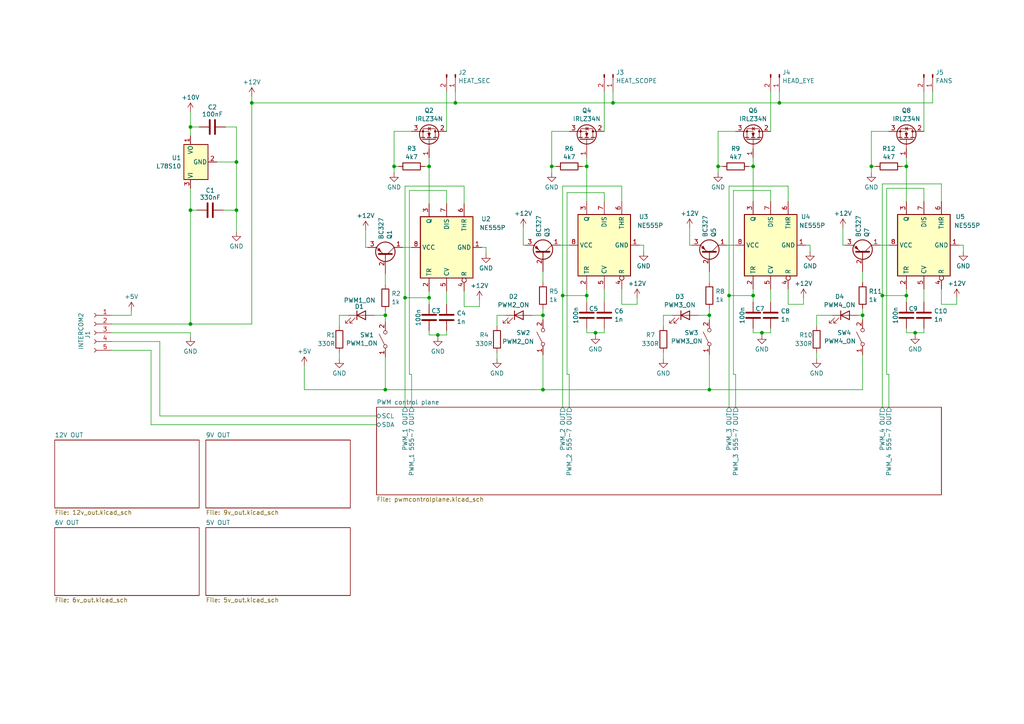
<source format=kicad_sch>
(kicad_sch (version 20231120) (generator "eeschema") (generator_version "8.0")
  (paper "A4")
  (title_block (title "Astrobox") (date "2024-04-13") (rev "2"))
  (lib_symbols
    (symbol "Connector:Conn_01x02_Pin" (pin_names (offset 1.016) hide)
      (property "Reference" "J" (at 0 2.54 0))
      (property "Value" "Conn_01x02_Pin" (at 0 -5.08 0))
      (symbol "Conn_01x02_Pin_1_1"
        (polyline (pts (xy 1.27 -2.54) (xy 0.8636 -2.54)) (stroke (width 0.1524)))
        (polyline (pts (xy 1.27 0) (xy 0.8636 0)) (stroke (width 0.1524)))
        (rectangle (start 0.8636 -2.413) (end 0 -2.667) (stroke (width 0.1524)) (fill (type outline)))
        (rectangle (start 0.8636 0.127) (end 0 -0.127) (stroke (width 0.1524)) (fill (type outline)))
        (pin passive line (at 5.08 0 180) (length 3.81) (name "Pin_1") (number "1"))
        (pin passive line (at 5.08 -2.54 180) (length 3.81) (name "Pin_2") (number "2"))
      )
    )
    (symbol "Connector:Conn_01x05_Socket" (pin_names (offset 1.016) hide)
      (property "Reference" "J" (at 0 7.62 0))
      (property "Value" "Conn_01x05_Socket" (at 0 -7.62 0))
      (symbol "Conn_01x05_Socket_1_1"
        (arc (start 0 -4.572) (mid -0.5058 -5.08) (end 0 -5.588) (stroke (width 0.1524)))
        (arc (start 0 -2.032) (mid -0.5058 -2.54) (end 0 -3.048) (stroke (width 0.1524)))
        (polyline (pts (xy -1.27 -5.08) (xy -0.508 -5.08)) (stroke (width 0.1524)))
        (polyline (pts (xy -1.27 -2.54) (xy -0.508 -2.54)) (stroke (width 0.1524)))
        (polyline (pts (xy -1.27 0) (xy -0.508 0)) (stroke (width 0.1524)))
        (polyline (pts (xy -1.27 2.54) (xy -0.508 2.54)) (stroke (width 0.1524)))
        (polyline (pts (xy -1.27 5.08) (xy -0.508 5.08)) (stroke (width 0.1524)))
        (arc (start 0 0.508) (mid -0.5058 0) (end 0 -0.508) (stroke (width 0.1524)))
        (arc (start 0 3.048) (mid -0.5058 2.54) (end 0 2.032) (stroke (width 0.1524)))
        (arc (start 0 5.588) (mid -0.5058 5.08) (end 0 4.572) (stroke (width 0.1524)))
        (pin passive line (at -5.08 5.08 0) (length 3.81) (name "Pin_1") (number "1"))
        (pin passive line (at -5.08 2.54 0) (length 3.81) (name "Pin_2") (number "2"))
        (pin passive line (at -5.08 0 0) (length 3.81) (name "Pin_3") (number "3"))
        (pin passive line (at -5.08 -2.54 0) (length 3.81) (name "Pin_4") (number "4"))
        (pin passive line (at -5.08 -5.08 0) (length 3.81) (name "Pin_5") (number "5"))
      )
    )
    (symbol "Device:C" (pin_numbers hide) (pin_names (offset 0.254))
      (property "Reference" "C" (at 0.635 2.54 0))
      (property "Value" "C" (at 0.635 -2.54 0))
      (symbol "C_0_1"
        (polyline (pts (xy -2.032 -0.762) (xy 2.032 -0.762)) (stroke (width 0.508)))
        (polyline (pts (xy -2.032 0.762) (xy 2.032 0.762)) (stroke (width 0.508)))
      )
      (symbol "C_1_1"
        (pin passive line (at 0 3.81 270) (length 2.794) (name "~") (number "1"))
        (pin passive line (at 0 -3.81 90) (length 2.794) (name "~") (number "2"))
      )
    )
    (symbol "Device:LED" (pin_numbers hide) (pin_names (offset 1.016) hide)
      (property "Reference" "D" (at 0 2.54 0))
      (property "Value" "LED" (at 0 -2.54 0))
      (symbol "LED_0_1"
        (polyline (pts (xy -1.27 -1.27) (xy -1.27 1.27)) (stroke (width 0.254)))
        (polyline (pts (xy -1.27 0) (xy 1.27 0)))
        (polyline (pts (xy 1.27 -1.27) (xy 1.27 1.27) (xy -1.27 0) (xy 1.27 -1.27)) (stroke (width 0.254)))
        (polyline (pts (xy -3.048 -0.762) (xy -4.572 -2.286) (xy -3.81 -2.286) (xy -4.572 -2.286) (xy -4.572 -1.524)))
        (polyline (pts (xy -1.778 -0.762) (xy -3.302 -2.286) (xy -2.54 -2.286) (xy -3.302 -2.286) (xy -3.302 -1.524)))
      )
      (symbol "LED_1_1"
        (pin passive line (at -3.81 0 0) (length 2.54) (name "K") (number "1"))
        (pin passive line (at 3.81 0 180) (length 2.54) (name "A") (number "2"))
      )
    )
    (symbol "Device:R" (pin_numbers hide) (pin_names (offset 0))
      (property "Reference" "R" (at 2.032 0 90))
      (property "Value" "R" (at 0 0 90))
      (symbol "R_0_1"
        (rectangle (start -1.016 -2.54) (end 1.016 2.54) (stroke (width 0.254)))
      )
      (symbol "R_1_1"
        (pin passive line (at 0 3.81 270) (length 1.27) (name "~") (number "1"))
        (pin passive line (at 0 -3.81 90) (length 1.27) (name "~") (number "2"))
      )
    )
    (symbol "Regulator_Linear:L78L10_TO92" (pin_names (offset 0.254))
      (property "Reference" "U" (at -3.81 3.175 0))
      (property "Value" "L78L10_TO92" (at 0 3.175 0))
      (symbol "L78L10_TO92_0_1"
        (rectangle (start -5.08 -5.08) (end 5.08 1.905) (stroke (width 0.254)) (fill (type background)))
      )
      (symbol "L78L10_TO92_1_1"
        (pin power_out line (at 7.62 0 180) (length 2.54) (name "VO") (number "1"))
        (pin power_in line (at 0 -7.62 90) (length 2.54) (name "GND") (number "2"))
        (pin power_in line (at -7.62 0 0) (length 2.54) (name "VI") (number "3"))
      )
    )
    (symbol "Switch:SW_SPST" (pin_names (offset 0) hide)
      (property "Reference" "SW" (at 0 3.175 0))
      (property "Value" "SW_SPST" (at 0 -2.54 0))
      (symbol "SW_SPST_0_0"
        (circle (center -2.032 0) (radius 0.508))
        (polyline (pts (xy -1.524 0.254) (xy 1.524 1.778)))
        (circle (center 2.032 0) (radius 0.508))
      )
      (symbol "SW_SPST_1_1"
        (pin passive line (at -5.08 0 0) (length 2.54) (name "A") (number "1"))
        (pin passive line (at 5.08 0 180) (length 2.54) (name "B") (number "2"))
      )
    )
    (symbol "Timer:NE555P"
      (property "Reference" "U" (at -10.16 8.89 0))
      (property "Value" "NE555P" (at 2.54 8.89 0))
      (symbol "NE555P_0_0"
        (pin power_in line (at 0 -10.16 90) (length 2.54) (name "GND") (number "1"))
        (pin power_in line (at 0 10.16 270) (length 2.54) (name "VCC") (number "8"))
      )
      (symbol "NE555P_0_1"
        (rectangle (start -8.89 -7.62) (end 8.89 7.62) (stroke (width 0.254)) (fill (type background)))
        (rectangle (start -8.89 -7.62) (end 8.89 7.62) (stroke (width 0.254)) (fill (type background)))
      )
      (symbol "NE555P_1_1"
        (pin input line (at -12.7 5.08 0) (length 3.81) (name "TR") (number "2"))
        (pin output line (at 12.7 5.08 180) (length 3.81) (name "Q") (number "3"))
        (pin input inverted (at -12.7 -5.08 0) (length 3.81) (name "R") (number "4"))
        (pin input line (at -12.7 0 0) (length 3.81) (name "CV") (number "5"))
        (pin input line (at 12.7 -5.08 180) (length 3.81) (name "THR") (number "6"))
        (pin input line (at 12.7 0 180) (length 3.81) (name "DIS") (number "7"))
      )
    )
    (symbol "Transistor_BJT:BC327" (pin_names (offset 0) hide)
      (property "Reference" "Q" (at 5.08 1.905 0))
      (property "Value" "BC327" (at 5.08 0 0))
      (symbol "BC327_0_1"
        (polyline (pts (xy 0.635 0.635) (xy 2.54 2.54)))
        (polyline (pts (xy 0.635 -0.635) (xy 2.54 -2.54) (xy 2.54 -2.54)))
        (polyline (pts (xy 0.635 1.905) (xy 0.635 -1.905) (xy 0.635 -1.905)) (stroke (width 0.508)))
        (polyline (pts (xy 2.286 -1.778) (xy 1.778 -2.286) (xy 1.27 -1.27) (xy 2.286 -1.778) (xy 2.286 -1.778)) (fill (type outline)))
        (circle (center 1.27 0) (radius 2.8194) (stroke (width 0.254)))
      )
      (symbol "BC327_1_1"
        (pin passive line (at 2.54 5.08 270) (length 2.54) (name "C") (number "1"))
        (pin input line (at -5.08 0 0) (length 5.715) (name "B") (number "2"))
        (pin passive line (at 2.54 -5.08 90) (length 2.54) (name "E") (number "3"))
      )
    )
    (symbol "Transistor_FET:IRLZ34N" (pin_names hide)
      (property "Reference" "Q" (at 5.08 1.905 0))
      (property "Value" "IRLZ34N" (at 5.08 0 0))
      (symbol "IRLZ34N_0_1"
        (polyline (pts (xy 0.254 0) (xy -2.54 0)))
        (polyline (pts (xy 0.254 1.905) (xy 0.254 -1.905)) (stroke (width 0.254)))
        (polyline (pts (xy 0.762 -1.27) (xy 0.762 -2.286)) (stroke (width 0.254)))
        (polyline (pts (xy 0.762 0.508) (xy 0.762 -0.508)) (stroke (width 0.254)))
        (polyline (pts (xy 0.762 2.286) (xy 0.762 1.27)) (stroke (width 0.254)))
        (polyline (pts (xy 2.54 2.54) (xy 2.54 1.778)))
        (polyline (pts (xy 2.54 -2.54) (xy 2.54 0) (xy 0.762 0)))
        (polyline (pts (xy 0.762 -1.778) (xy 3.302 -1.778) (xy 3.302 1.778) (xy 0.762 1.778)))
        (polyline (pts (xy 1.016 0) (xy 2.032 0.381) (xy 2.032 -0.381) (xy 1.016 0)) (fill (type outline)))
        (polyline (pts (xy 2.794 0.508) (xy 2.921 0.381) (xy 3.683 0.381) (xy 3.81 0.254)))
        (polyline (pts (xy 3.302 0.381) (xy 2.921 -0.254) (xy 3.683 -0.254) (xy 3.302 0.381)))
        (circle (center 1.651 0) (radius 2.794) (stroke (width 0.254)))
        (circle (center 2.54 -1.778) (radius 0.254) (fill (type outline)))
        (circle (center 2.54 1.778) (radius 0.254) (fill (type outline)))
      )
      (symbol "IRLZ34N_1_1"
        (pin input line (at -5.08 0 0) (length 2.54) (name "G") (number "1"))
        (pin passive line (at 2.54 5.08 270) (length 2.54) (name "D") (number "2"))
        (pin passive line (at 2.54 -5.08 90) (length 2.54) (name "S") (number "3"))
      )
    )
    (symbol "power:+10V" (power) (pin_names (offset 0))
      (property "Value" "+10V" (at 0 3.556 0))
      (symbol "+10V_0_1"
        (polyline (pts (xy -0.762 1.27) (xy 0 2.54)))
        (polyline (pts (xy 0 0) (xy 0 2.54)))
        (polyline (pts (xy 0 2.54) (xy 0.762 1.27)))
      )
      (symbol "+10V_1_1"
        (pin power_in line (at 0 0 90) (length 0) hide (name "+10V") (number "1"))
      )
    )
    (symbol "power:+12V" (power) (pin_names (offset 0))
      (property "Value" "+12V" (at 0 3.556 0))
      (symbol "+12V_0_1"
        (polyline (pts (xy -0.762 1.27) (xy 0 2.54)))
        (polyline (pts (xy 0 0) (xy 0 2.54)))
        (polyline (pts (xy 0 2.54) (xy 0.762 1.27)))
      )
      (symbol "+12V_1_1"
        (pin power_in line (at 0 0 90) (length 0) hide (name "+12V") (number "1"))
      )
    )
    (symbol "power:+5V" (power) (pin_names (offset 0))
      (property "Value" "+5V" (at 0 3.556 0))
      (symbol "+5V_0_1"
        (polyline (pts (xy -0.762 1.27) (xy 0 2.54)))
        (polyline (pts (xy 0 0) (xy 0 2.54)))
        (polyline (pts (xy 0 2.54) (xy 0.762 1.27)))
      )
      (symbol "+5V_1_1"
        (pin power_in line (at 0 0 90) (length 0) hide (name "+5V") (number "1"))
      )
    )
    (symbol "power:GND" (power) (pin_names (offset 0))
      (property "Value" "GND" (at 0 -3.81 0))
      (symbol "GND_0_1"
        (polyline (pts (xy 0 0) (xy 0 -1.27) (xy 1.27 -1.27) (xy 0 -2.54) (xy -1.27 -1.27) (xy 0 -1.27)))
      )
      (symbol "GND_1_1"
        (pin power_in line (at 0 0 270) (length 0) hide (name "GND") (number "1"))
      )
    )
  )
  (junction (at 163.195 85.725))
  (junction (at 124.46 86.36))
  (junction (at 262.89 85.725))
  (junction (at 205.74 113.03))
  (junction (at 250.19 91.44))
  (junction (at 160.02 48.26))
  (junction (at 55.245 36.83))
  (junction (at 177.8 29.845))
  (junction (at 211.455 85.725))
  (junction (at 114.3 48.26))
  (junction (at 220.98 96.52))
  (junction (at 252.73 48.26))
  (junction (at 55.245 93.98))
  (junction (at 55.245 60.96))
  (junction (at 157.48 91.44))
  (junction (at 170.18 85.725))
  (junction (at 218.44 85.725))
  (junction (at 255.905 85.725))
  (junction (at 111.76 113.03))
  (junction (at 132.08 29.845))
  (junction (at 124.46 48.26))
  (junction (at 205.74 91.44))
  (junction (at 157.48 113.03))
  (junction (at 111.76 91.44))
  (junction (at 73.025 29.845))
  (junction (at 208.28 48.26))
  (junction (at 172.72 96.52))
  (junction (at 262.89 48.26))
  (junction (at 226.06 29.845))
  (junction (at 170.18 48.26))
  (junction (at 68.58 60.96))
  (junction (at 68.58 46.99))
  (junction (at 117.475 86.36))
  (junction (at 127 97.155))
  (junction (at 265.43 96.52))
  (junction (at 218.44 48.26))
  (wire (pts (xy 164.465 55.88) (xy 164.465 108.585)))
  (wire (pts (xy 223.52 83.82) (xy 223.52 87.63)))
  (wire (pts (xy 177.8 29.845) (xy 177.8 26.67)))
  (wire (pts (xy 262.89 83.82) (xy 262.89 85.725)))
  (wire (pts (xy 175.26 55.88) (xy 164.465 55.88)))
  (wire (pts (xy 205.74 91.44) (xy 205.74 92.71)))
  (wire (pts (xy 250.19 89.535) (xy 250.19 91.44)))
  (wire (pts (xy 223.52 55.245) (xy 212.725 55.245)))
  (wire (pts (xy 234.95 71.12) (xy 234.95 73.025)))
  (wire (pts (xy 73.025 27.94) (xy 73.025 29.845)))
  (wire (pts (xy 124.46 97.155) (xy 127 97.155)))
  (wire (pts (xy 162.56 71.12) (xy 165.1 71.12)))
  (wire (pts (xy 111.76 90.17) (xy 111.76 91.44)))
  (wire (pts (xy 220.98 96.52) (xy 223.52 96.52)))
  (wire (pts (xy 118.745 55.245) (xy 118.745 108.585)))
  (wire (pts (xy 43.815 101.6) (xy 32.385 101.6)))
  (wire (pts (xy 73.025 29.845) (xy 73.025 93.98)))
  (wire (pts (xy 38.1 90.17) (xy 38.1 91.44)))
  (wire (pts (xy 250.19 78.74) (xy 250.19 81.915)))
  (wire (pts (xy 134.62 88.9) (xy 134.62 84.455)))
  (wire (pts (xy 208.28 48.26) (xy 209.55 48.26)))
  (wire (pts (xy 208.28 48.26) (xy 208.28 50.165)))
  (wire (pts (xy 160.02 48.26) (xy 161.29 48.26)))
  (wire (pts (xy 170.18 85.725) (xy 170.18 87.63)))
  (wire (pts (xy 73.025 93.98) (xy 55.245 93.98)))
  (wire (pts (xy 124.46 59.055) (xy 124.46 48.26)))
  (wire (pts (xy 208.28 38.1) (xy 208.28 48.26)))
  (wire (pts (xy 236.855 102.235) (xy 236.855 104.14)))
  (wire (pts (xy 226.06 29.845) (xy 226.06 26.67)))
  (wire (pts (xy 213.36 118.11) (xy 213.36 108.585)))
  (wire (pts (xy 46.355 99.06) (xy 32.385 99.06)))
  (wire (pts (xy 163.195 85.725) (xy 163.195 118.11)))
  (wire (pts (xy 252.73 48.26) (xy 252.73 50.165)))
  (wire (pts (xy 262.89 48.26) (xy 262.89 58.42)))
  (wire (pts (xy 192.405 102.235) (xy 192.405 104.14)))
  (wire (pts (xy 255.27 71.12) (xy 257.81 71.12)))
  (wire (pts (xy 111.76 103.505) (xy 111.76 113.03)))
  (wire (pts (xy 262.89 96.52) (xy 265.43 96.52)))
  (wire (pts (xy 163.195 85.725) (xy 170.18 85.725)))
  (wire (pts (xy 46.355 99.06) (xy 46.355 120.65)))
  (wire (pts (xy 212.725 55.245) (xy 212.725 108.585)))
  (wire (pts (xy 184.785 88.265) (xy 180.34 88.265)))
  (wire (pts (xy 140.97 71.755) (xy 140.97 73.66)))
  (wire (pts (xy 114.3 48.26) (xy 115.57 48.26)))
  (wire (pts (xy 267.97 96.52) (xy 267.97 95.25)))
  (wire (pts (xy 170.18 45.72) (xy 170.18 48.26)))
  (wire (pts (xy 154.305 91.44) (xy 157.48 91.44)))
  (wire (pts (xy 265.43 96.52) (xy 265.43 97.155)))
  (wire (pts (xy 152.4 71.12) (xy 151.765 71.12)))
  (wire (pts (xy 55.245 54.61) (xy 55.245 60.96)))
  (wire (pts (xy 218.44 83.82) (xy 218.44 85.725)))
  (wire (pts (xy 233.68 71.12) (xy 234.95 71.12)))
  (wire (pts (xy 157.48 78.74) (xy 157.48 81.915)))
  (wire (pts (xy 106.68 71.755) (xy 106.045 71.755)))
  (wire (pts (xy 233.045 86.36) (xy 233.045 88.265)))
  (wire (pts (xy 98.425 91.44) (xy 100.965 91.44)))
  (wire (pts (xy 98.425 94.615) (xy 98.425 91.44)))
  (wire (pts (xy 267.97 83.82) (xy 267.97 87.63)))
  (wire (pts (xy 211.455 53.975) (xy 228.6 53.975)))
  (wire (pts (xy 165.1 118.11) (xy 165.1 108.585)))
  (wire (pts (xy 218.44 96.52) (xy 220.98 96.52)))
  (wire (pts (xy 172.72 96.52) (xy 175.26 96.52)))
  (wire (pts (xy 132.08 29.845) (xy 132.08 26.67)))
  (wire (pts (xy 170.18 83.82) (xy 170.18 85.725)))
  (wire (pts (xy 218.44 95.25) (xy 218.44 96.52)))
  (wire (pts (xy 32.385 91.44) (xy 38.1 91.44)))
  (wire (pts (xy 139.7 71.755) (xy 140.97 71.755)))
  (wire (pts (xy 252.73 38.1) (xy 252.73 48.26)))
  (wire (pts (xy 175.26 58.42) (xy 175.26 55.88)))
  (wire (pts (xy 277.495 86.36) (xy 277.495 88.265)))
  (wire (pts (xy 127 97.155) (xy 127 97.79)))
  (wire (pts (xy 220.98 96.52) (xy 220.98 97.155)))
  (wire (pts (xy 168.91 48.26) (xy 170.18 48.26)))
  (wire (pts (xy 32.385 93.98) (xy 55.245 93.98)))
  (wire (pts (xy 139.065 88.9) (xy 134.62 88.9)))
  (wire (pts (xy 252.73 38.1) (xy 257.81 38.1)))
  (wire (pts (xy 228.6 88.265) (xy 228.6 83.82)))
  (wire (pts (xy 118.745 55.245) (xy 129.54 55.245)))
  (wire (pts (xy 129.54 97.155) (xy 129.54 95.885)))
  (wire (pts (xy 262.89 95.25) (xy 262.89 96.52)))
  (wire (pts (xy 46.355 120.65) (xy 109.22 120.65)))
  (wire (pts (xy 211.455 85.725) (xy 211.455 118.11)))
  (wire (pts (xy 267.97 54.61) (xy 257.175 54.61)))
  (wire (pts (xy 192.405 94.615) (xy 192.405 91.44)))
  (wire (pts (xy 111.76 91.44) (xy 111.76 93.345)))
  (wire (pts (xy 233.045 88.265) (xy 228.6 88.265)))
  (wire (pts (xy 117.475 53.975) (xy 117.475 86.36)))
  (wire (pts (xy 255.905 53.34) (xy 255.905 85.725)))
  (wire (pts (xy 160.02 38.1) (xy 160.02 48.26)))
  (wire (pts (xy 175.26 83.82) (xy 175.26 87.63)))
  (wire (pts (xy 114.3 38.1) (xy 114.3 48.26)))
  (wire (pts (xy 250.19 102.87) (xy 250.19 113.03)))
  (wire (pts (xy 43.815 123.19) (xy 109.22 123.19)))
  (wire (pts (xy 200.66 71.12) (xy 200.025 71.12)))
  (wire (pts (xy 160.02 38.1) (xy 165.1 38.1)))
  (wire (pts (xy 211.455 53.975) (xy 211.455 85.725)))
  (wire (pts (xy 261.62 48.26) (xy 262.89 48.26)))
  (wire (pts (xy 55.245 60.96) (xy 57.15 60.96)))
  (wire (pts (xy 134.62 59.055) (xy 134.62 53.975)))
  (wire (pts (xy 163.195 53.975) (xy 180.34 53.975)))
  (wire (pts (xy 117.475 86.36) (xy 117.475 118.11)))
  (wire (pts (xy 55.245 36.83) (xy 57.785 36.83)))
  (wire (pts (xy 114.3 48.26) (xy 114.3 50.165)))
  (wire (pts (xy 217.17 48.26) (xy 218.44 48.26)))
  (wire (pts (xy 180.34 58.42) (xy 180.34 53.975)))
  (wire (pts (xy 218.44 45.72) (xy 218.44 48.26)))
  (wire (pts (xy 236.855 94.615) (xy 236.855 91.44)))
  (wire (pts (xy 279.4 71.12) (xy 279.4 73.025)))
  (wire (pts (xy 127 97.155) (xy 129.54 97.155)))
  (wire (pts (xy 117.475 53.975) (xy 134.62 53.975)))
  (wire (pts (xy 160.02 48.26) (xy 160.02 50.165)))
  (wire (pts (xy 185.42 71.12) (xy 186.69 71.12)))
  (wire (pts (xy 129.54 84.455) (xy 129.54 88.265)))
  (wire (pts (xy 223.52 96.52) (xy 223.52 95.25)))
  (wire (pts (xy 213.36 108.585) (xy 212.725 108.585)))
  (wire (pts (xy 205.74 89.535) (xy 205.74 91.44)))
  (wire (pts (xy 257.81 118.11) (xy 257.81 108.585)))
  (wire (pts (xy 124.46 84.455) (xy 124.46 86.36)))
  (wire (pts (xy 55.245 39.37) (xy 55.245 36.83)))
  (wire (pts (xy 208.28 38.1) (xy 213.36 38.1)))
  (wire (pts (xy 108.585 91.44) (xy 111.76 91.44)))
  (wire (pts (xy 250.19 91.44) (xy 250.19 92.71)))
  (wire (pts (xy 132.08 29.845) (xy 177.8 29.845)))
  (wire (pts (xy 157.48 102.87) (xy 157.48 113.03)))
  (wire (pts (xy 255.905 53.34) (xy 273.05 53.34)))
  (wire (pts (xy 139.065 86.995) (xy 139.065 88.9)))
  (wire (pts (xy 124.46 86.36) (xy 124.46 88.265)))
  (wire (pts (xy 257.175 54.61) (xy 257.175 108.585)))
  (wire (pts (xy 244.475 66.04) (xy 244.475 71.12)))
  (wire (pts (xy 177.8 29.845) (xy 226.06 29.845)))
  (wire (pts (xy 184.785 86.36) (xy 184.785 88.265)))
  (wire (pts (xy 55.245 60.96) (xy 55.245 93.98)))
  (wire (pts (xy 55.245 96.52) (xy 55.245 97.79)))
  (wire (pts (xy 170.18 48.26) (xy 170.18 58.42)))
  (wire (pts (xy 64.77 60.96) (xy 68.58 60.96)))
  (wire (pts (xy 111.76 113.03) (xy 157.48 113.03)))
  (wire (pts (xy 114.3 38.1) (xy 119.38 38.1)))
  (wire (pts (xy 144.145 102.235) (xy 144.145 104.14)))
  (wire (pts (xy 68.58 36.83) (xy 65.405 36.83)))
  (wire (pts (xy 32.385 96.52) (xy 55.245 96.52)))
  (wire (pts (xy 267.97 58.42) (xy 267.97 54.61)))
  (wire (pts (xy 175.26 96.52) (xy 175.26 95.25)))
  (wire (pts (xy 218.44 85.725) (xy 218.44 87.63)))
  (wire (pts (xy 226.06 29.845) (xy 270.51 29.845)))
  (wire (pts (xy 205.74 113.03) (xy 250.19 113.03)))
  (wire (pts (xy 144.145 91.44) (xy 146.685 91.44)))
  (wire (pts (xy 129.54 26.67) (xy 129.54 38.1)))
  (wire (pts (xy 124.46 95.885) (xy 124.46 97.155)))
  (wire (pts (xy 172.72 96.52) (xy 172.72 97.155)))
  (wire (pts (xy 106.045 66.675) (xy 106.045 71.755)))
  (wire (pts (xy 245.11 71.12) (xy 244.475 71.12)))
  (wire (pts (xy 273.05 58.42) (xy 273.05 53.34)))
  (wire (pts (xy 163.195 53.975) (xy 163.195 85.725)))
  (wire (pts (xy 170.18 95.25) (xy 170.18 96.52)))
  (wire (pts (xy 157.48 113.03) (xy 205.74 113.03)))
  (wire (pts (xy 186.69 71.12) (xy 186.69 73.025)))
  (wire (pts (xy 151.765 66.04) (xy 151.765 71.12)))
  (wire (pts (xy 202.565 91.44) (xy 205.74 91.44)))
  (wire (pts (xy 55.245 32.385) (xy 55.245 36.83)))
  (wire (pts (xy 117.475 86.36) (xy 124.46 86.36)))
  (wire (pts (xy 98.425 102.235) (xy 98.425 104.14)))
  (wire (pts (xy 165.1 108.585) (xy 164.465 108.585)))
  (wire (pts (xy 68.58 46.99) (xy 68.58 36.83)))
  (wire (pts (xy 132.08 29.845) (xy 73.025 29.845)))
  (wire (pts (xy 218.44 48.26) (xy 218.44 58.42)))
  (wire (pts (xy 236.855 91.44) (xy 241.3 91.44)))
  (wire (pts (xy 111.76 79.375) (xy 111.76 82.55)))
  (wire (pts (xy 262.89 85.725) (xy 262.89 87.63)))
  (wire (pts (xy 68.58 60.96) (xy 68.58 67.31)))
  (wire (pts (xy 119.38 118.11) (xy 119.38 108.585)))
  (wire (pts (xy 88.265 113.03) (xy 111.76 113.03)))
  (wire (pts (xy 228.6 58.42) (xy 228.6 53.975)))
  (wire (pts (xy 205.74 102.87) (xy 205.74 113.03)))
  (wire (pts (xy 210.82 71.12) (xy 213.36 71.12)))
  (wire (pts (xy 192.405 91.44) (xy 194.945 91.44)))
  (wire (pts (xy 248.92 91.44) (xy 250.19 91.44)))
  (wire (pts (xy 157.48 89.535) (xy 157.48 91.44)))
  (wire (pts (xy 273.05 83.82) (xy 273.05 88.265)))
  (wire (pts (xy 123.19 48.26) (xy 124.46 48.26)))
  (wire (pts (xy 277.495 88.265) (xy 273.05 88.265)))
  (wire (pts (xy 170.18 96.52) (xy 172.72 96.52)))
  (wire (pts (xy 68.58 46.99) (xy 68.58 60.96)))
  (wire (pts (xy 255.905 85.725) (xy 262.89 85.725)))
  (wire (pts (xy 205.74 78.74) (xy 205.74 81.915)))
  (wire (pts (xy 267.97 26.67) (xy 267.97 38.1)))
  (wire (pts (xy 180.34 88.265) (xy 180.34 83.82)))
  (wire (pts (xy 270.51 29.845) (xy 270.51 26.67)))
  (wire (pts (xy 265.43 96.52) (xy 267.97 96.52)))
  (wire (pts (xy 129.54 59.055) (xy 129.54 55.245)))
  (wire (pts (xy 88.265 106.045) (xy 88.265 113.03)))
  (wire (pts (xy 175.26 26.67) (xy 175.26 38.1)))
  (wire (pts (xy 223.52 26.67) (xy 223.52 38.1)))
  (wire (pts (xy 200.025 66.04) (xy 200.025 71.12)))
  (wire (pts (xy 116.84 71.755) (xy 119.38 71.755)))
  (wire (pts (xy 124.46 45.72) (xy 124.46 48.26)))
  (wire (pts (xy 119.38 108.585) (xy 118.745 108.585)))
  (wire (pts (xy 43.815 101.6) (xy 43.815 123.19)))
  (wire (pts (xy 223.52 58.42) (xy 223.52 55.245)))
  (wire (pts (xy 255.905 85.725) (xy 255.905 118.11)))
  (wire (pts (xy 62.865 46.99) (xy 68.58 46.99)))
  (wire (pts (xy 262.89 45.72) (xy 262.89 48.26)))
  (wire (pts (xy 211.455 85.725) (xy 218.44 85.725)))
  (wire (pts (xy 252.73 48.26) (xy 254 48.26)))
  (wire (pts (xy 157.48 91.44) (xy 157.48 92.71)))
  (wire (pts (xy 257.81 108.585) (xy 257.175 108.585)))
  (wire (pts (xy 144.145 94.615) (xy 144.145 91.44)))
  (wire (pts (xy 278.13 71.12) (xy 279.4 71.12)))
  (symbol (lib_id "Device:C") (at 218.44 91.44 0) (unit 1)
    (property "Reference" "C7" (at 219.075 89.535 0) (effects (justify left)))
    (property "Value" "100n" (at 215.265 93.98 90) (effects (justify left)))
    (property "Footprint" "Capacitor_SMD:C_1206_3216Metric_Pad1.33x1.80mm_HandSolder" (effects (hide yes)))
  )
  (symbol (lib_id "Transistor_BJT:BC327") (at 111.76 74.295 270) (mirror x) (unit 1)
    (property "Reference" "Q1" (at 112.9721 69.4436 0) (effects (justify left)))
    (property "Value" "BC327" (at 110.5479 69.4436 0) (effects (justify left)))
    (property "Footprint" "Package_TO_SOT_THT:TO-92" (effects (hide yes)))
    (property "Datasheet" "http://www.onsemi.com/pub_link/Collateral/BC327-D.PDF" (effects (hide yes)))
  )
  (symbol (lib_id "Device:C") (at 175.26 91.44 0) (unit 1)
    (property "Reference" "C6" (at 178.181 90.2279 0) (effects (justify left)))
    (property "Value" "1n" (at 178.181 92.6521 0) (effects (justify left)))
    (property "Footprint" "Capacitor_SMD:C_1206_3216Metric_Pad1.33x1.80mm_HandSolder" (effects (hide yes)))
  )
  (symbol (lib_id "Device:R") (at 250.19 85.725 0) (unit 1)
    (property "Reference" "R11" (at 251.968 84.5129 0) (effects (justify left)))
    (property "Value" "1k" (at 251.968 86.9371 0) (effects (justify left)))
    (property "Footprint" "Resistor_SMD:R_1206_3216Metric_Pad1.30x1.75mm_HandSolder" (effects (hide yes)))
  )
  (symbol (lib_id "Transistor_FET:IRLZ34N") (at 218.44 40.64 270) (mirror x) (unit 1)
    (property "Reference" "Q6" (at 218.44 32.0507 90))
    (property "Value" "IRLZ34N" (at 218.44 34.4749 90))
    (property "Footprint" "Package_TO_SOT_THT:TO-220-3_Vertical" (effects (hide yes)))
    (property "Datasheet" "http://www.infineon.com/dgdl/irlz34npbf.pdf?fileId=5546d462533600a40153567206892720" (effects (hide yes)))
  )
  (symbol (lib_id "Connector:Conn_01x02_Pin") (at 226.06 21.59 270) (unit 1)
    (property "Reference" "J4" (at 226.8982 21.0129 90) (effects (justify left)))
    (property "Value" "HEAD_EYE" (at 226.8982 23.4371 90) (effects (justify left)))
    (property "Footprint" "Connector_Wire:SolderWire-1sqmm_1x02_P5.4mm_D1.4mm_OD2.7mm" (effects (hide yes)))
  )
  (symbol (lib_id "power:+12V") (at 139.065 86.995 0) (unit 1)
    (property "Reference" "#PWR011" (effects (hide yes)))
    (property "Value" "+12V" (at 139.065 82.8619 0))
  )
  (symbol (lib_id "power:+12V") (at 200.025 66.04 0) (unit 1)
    (property "Reference" "#PWR020" (effects (hide yes)))
    (property "Value" "+12V" (at 200.025 61.9069 0))
  )
  (symbol (lib_id "Device:R") (at 157.48 85.725 0) (unit 1)
    (property "Reference" "R5" (at 159.258 84.5129 0) (effects (justify left)))
    (property "Value" "1k" (at 159.258 86.9371 0) (effects (justify left)))
    (property "Footprint" "Resistor_SMD:R_1206_3216Metric_Pad1.30x1.75mm_HandSolder" (effects (hide yes)))
  )
  (symbol (lib_id "power:GND") (at 186.69 73.025 0) (unit 1)
    (property "Reference" "#PWR018" (effects (hide yes)))
    (property "Value" "GND" (at 186.69 77.1581 0))
  )
  (symbol (lib_id "power:+12V") (at 151.765 66.04 0) (unit 1)
    (property "Reference" "#PWR014" (effects (hide yes)))
    (property "Value" "+12V" (at 151.765 61.9069 0))
  )
  (symbol (lib_id "power:GND") (at 208.28 50.165 0) (unit 1)
    (property "Reference" "#PWR021" (effects (hide yes)))
    (property "Value" "GND" (at 208.28 54.2981 0))
  )
  (symbol (lib_id "Device:LED") (at 150.495 91.44 0) (unit 1)
    (property "Reference" "D2" (at 148.9075 86.0257 0))
    (property "Value" "PWM2_ON" (at 148.9075 88.4499 0))
    (property "Footprint" "Connector_PinHeader_2.54mm:PinHeader_1x02_P2.54mm_Vertical" (effects (hide yes)))
  )
  (symbol (lib_id "Timer:NE555P") (at 267.97 71.12 90) (unit 1)
    (property "Reference" "U5" (at 278.511 62.865 90))
    (property "Value" "NE555P" (at 280.543 65.405 90))
    (property "Footprint" "Package_DIP:DIP-8_W7.62mm" (effects (hide yes)))
    (property "Datasheet" "http://www.ti.com/lit/ds/symlink/ne555.pdf" (effects (hide yes)))
  )
  (symbol (lib_id "Timer:NE555P") (at 175.26 71.12 90) (unit 1)
    (property "Reference" "U3" (at 186.69 62.865 90))
    (property "Value" "NE555P" (at 188.595 65.405 90))
    (property "Footprint" "Package_DIP:DIP-8_W7.62mm" (effects (hide yes)))
    (property "Datasheet" "http://www.ti.com/lit/ds/symlink/ne555.pdf" (effects (hide yes)))
  )
  (symbol (lib_id "Device:C") (at 124.46 92.075 0) (unit 1)
    (property "Reference" "C3" (at 125.095 90.17 0) (effects (justify left)))
    (property "Value" "100n" (at 121.285 94.615 90) (effects (justify left)))
    (property "Footprint" "Capacitor_SMD:C_1206_3216Metric_Pad1.33x1.80mm_HandSolder" (effects (hide yes)))
  )
  (symbol (lib_id "Transistor_BJT:BC327") (at 157.48 73.66 270) (mirror x) (unit 1)
    (property "Reference" "Q3" (at 158.6921 68.8086 0) (effects (justify left)))
    (property "Value" "BC327" (at 156.2679 68.8086 0) (effects (justify left)))
    (property "Footprint" "Package_TO_SOT_THT:TO-92" (effects (hide yes)))
    (property "Datasheet" "http://www.onsemi.com/pub_link/Collateral/BC327-D.PDF" (effects (hide yes)))
  )
  (symbol (lib_id "Device:C") (at 129.54 92.075 0) (unit 1)
    (property "Reference" "C4" (at 132.461 90.8629 0) (effects (justify left)))
    (property "Value" "1n" (at 132.461 93.2871 0) (effects (justify left)))
    (property "Footprint" "Capacitor_SMD:C_1206_3216Metric_Pad1.33x1.80mm_HandSolder" (effects (hide yes)))
  )
  (symbol (lib_id "Device:R") (at 165.1 48.26 90) (unit 1)
    (property "Reference" "R6" (at 165.1 43.0997 90))
    (property "Value" "4k7" (at 165.1 45.5239 90))
    (property "Footprint" "Resistor_SMD:R_1206_3216Metric_Pad1.30x1.75mm_HandSolder" (effects (hide yes)))
  )
  (symbol (lib_id "power:GND") (at 144.145 104.14 0) (unit 1)
    (property "Reference" "#PWR013" (effects (hide yes)))
    (property "Value" "GND" (at 144.145 108.2731 0))
  )
  (symbol (lib_id "Device:LED") (at 245.11 91.44 0) (unit 1)
    (property "Reference" "D4" (at 243.5225 86.0257 0))
    (property "Value" "PWM4_ON" (at 243.5225 88.4499 0))
    (property "Footprint" "Connector_PinHeader_2.54mm:PinHeader_1x02_P2.54mm_Vertical" (effects (hide yes)))
  )
  (symbol (lib_id "power:+12V") (at 233.045 86.36 0) (unit 1)
    (property "Reference" "#PWR023" (effects (hide yes)))
    (property "Value" "+12V" (at 233.045 82.2269 0))
  )
  (symbol (lib_id "power:+12V") (at 73.025 27.94 0) (unit 1)
    (property "Reference" "#PWR02" (effects (hide yes)))
    (property "Value" "+12V" (at 73.025 23.8069 0))
  )
  (symbol (lib_id "power:GND") (at 55.245 97.79 0) (unit 1)
    (property "Reference" "#PWR04" (effects (hide yes)))
    (property "Value" "GND" (at 55.245 101.9231 0))
  )
  (symbol (lib_id "power:+12V") (at 244.475 66.04 0) (unit 1)
    (property "Reference" "#PWR026" (effects (hide yes)))
    (property "Value" "+12V" (at 244.475 61.9069 0))
  )
  (symbol (lib_id "Switch:SW_SPST") (at 111.76 98.425 90) (unit 1)
    (property "Reference" "SW1" (at 104.394 97.155 90) (effects (justify right)))
    (property "Value" "PWM1_ON" (at 100.33 99.568 90) (effects (justify right)))
    (property "Footprint" "Connector_PinHeader_2.54mm:PinHeader_1x02_P2.54mm_Vertical" (effects (hide yes)))
  )
  (symbol (lib_id "power:GND") (at 265.43 97.155 0) (unit 1)
    (property "Reference" "#PWR028" (effects (hide yes)))
    (property "Value" "GND" (at 265.43 101.2881 0))
  )
  (symbol (lib_id "power:+12V") (at 184.785 86.36 0) (unit 1)
    (property "Reference" "#PWR017" (effects (hide yes)))
    (property "Value" "+12V" (at 184.785 82.2269 0))
  )
  (symbol (lib_id "Regulator_Linear:L78L10_TO92") (at 55.245 46.99 90) (unit 1)
    (property "Reference" "U1" (at 52.578 45.7779 90) (effects (justify left)))
    (property "Value" "L78S10" (at 52.578 48.2021 90) (effects (justify left)))
    (property "Footprint" "Package_TO_SOT_THT:TO-220-3_Vertical" (effects (hide yes)))
    (property "Datasheet" "http://www.st.com/content/ccc/resource/technical/document/datasheet/15/55/e5/aa/23/5b/43/fd/CD00000446.pdf/files/CD00000446.pdf/jcr:content/translations/en.CD00000446.pdf" (effects (hide yes)))
  )
  (symbol (lib_id "Switch:SW_SPST") (at 250.19 97.79 90) (unit 1)
    (property "Reference" "SW4" (at 242.824 96.52 90) (effects (justify right)))
    (property "Value" "PWM4_ON" (at 239.014 98.9442 90) (effects (justify right)))
    (property "Footprint" "Connector_PinHeader_2.54mm:PinHeader_1x02_P2.54mm_Vertical" (effects (hide yes)))
  )
  (symbol (lib_id "Transistor_BJT:BC327") (at 250.19 73.66 270) (mirror x) (unit 1)
    (property "Reference" "Q7" (at 251.4021 68.8086 0) (effects (justify left)))
    (property "Value" "BC327" (at 248.9779 68.8086 0) (effects (justify left)))
    (property "Footprint" "Package_TO_SOT_THT:TO-92" (effects (hide yes)))
    (property "Datasheet" "http://www.onsemi.com/pub_link/Collateral/BC327-D.PDF" (effects (hide yes)))
  )
  (symbol (lib_id "power:GND") (at 114.3 50.165 0) (unit 1)
    (property "Reference" "#PWR09" (effects (hide yes)))
    (property "Value" "GND" (at 114.3 54.2981 0))
  )
  (symbol (lib_id "power:GND") (at 68.58 67.31 0) (unit 1)
    (property "Reference" "#PWR05" (effects (hide yes)))
    (property "Value" "GND" (at 68.58 71.4431 0))
  )
  (symbol (lib_id "Device:C") (at 170.18 91.44 0) (unit 1)
    (property "Reference" "C5" (at 170.815 89.535 0) (effects (justify left)))
    (property "Value" "100n" (at 167.005 93.98 90) (effects (justify left)))
    (property "Footprint" "Capacitor_SMD:C_1206_3216Metric_Pad1.33x1.80mm_HandSolder" (effects (hide yes)))
  )
  (symbol (lib_id "Device:R") (at 119.38 48.26 90) (unit 1)
    (property "Reference" "R3" (at 119.38 43.0997 90))
    (property "Value" "4k7" (at 119.38 45.5239 90))
    (property "Footprint" "Resistor_SMD:R_1206_3216Metric_Pad1.30x1.75mm_HandSolder" (effects (hide yes)))
  )
  (symbol (lib_id "power:GND") (at 234.95 73.025 0) (unit 1)
    (property "Reference" "#PWR024" (effects (hide yes)))
    (property "Value" "GND" (at 234.95 77.1581 0))
  )
  (symbol (lib_id "power:GND") (at 236.855 104.14 0) (unit 1)
    (property "Reference" "#PWR025" (effects (hide yes)))
    (property "Value" "GND" (at 236.855 108.2731 0))
  )
  (symbol (lib_id "Device:LED") (at 198.755 91.44 0) (unit 1)
    (property "Reference" "D3" (at 197.1675 86.0257 0))
    (property "Value" "PWM3_ON" (at 197.1675 88.4499 0))
    (property "Footprint" "Connector_PinHeader_2.54mm:PinHeader_1x02_P2.54mm_Vertical" (effects (hide yes)))
  )
  (symbol (lib_id "power:+10V") (at 55.245 32.385 0) (unit 1)
    (property "Reference" "#PWR03" (effects (hide yes)))
    (property "Value" "+10V" (at 55.245 28.2519 0))
  )
  (symbol (lib_id "Connector:Conn_01x05_Socket") (at 27.305 96.52 0) (mirror y) (unit 1)
    (property "Reference" "J1" (at 25.4 98.298 90) (effects (justify left)))
    (property "Value" "INTERCOM2" (at 23.495 101.473 90) (effects (justify left)))
    (property "Footprint" "Connector_JST:JST_XH_B5B-XH-A_1x05_P2.50mm_Vertical" (effects (hide yes)))
  )
  (symbol (lib_id "Device:C") (at 60.96 60.96 90) (unit 1)
    (property "Reference" "C1" (at 60.96 55.221 90))
    (property "Value" "330nF" (at 60.96 57.269 90))
    (property "Footprint" "Capacitor_SMD:C_1206_3216Metric_Pad1.33x1.80mm_HandSolder" (effects (hide yes)))
  )
  (symbol (lib_id "Device:C") (at 61.595 36.83 270) (mirror x) (unit 1)
    (property "Reference" "C2" (at 61.595 31.091 90))
    (property "Value" "100nF" (at 61.595 33.139 90))
    (property "Footprint" "Capacitor_SMD:C_1206_3216Metric_Pad1.33x1.80mm_HandSolder" (effects (hide yes)))
  )
  (symbol (lib_id "Transistor_BJT:BC327") (at 205.74 73.66 270) (mirror x) (unit 1)
    (property "Reference" "Q5" (at 206.9521 68.8086 0) (effects (justify left)))
    (property "Value" "BC327" (at 204.5279 68.8086 0) (effects (justify left)))
    (property "Footprint" "Package_TO_SOT_THT:TO-92" (effects (hide yes)))
    (property "Datasheet" "http://www.onsemi.com/pub_link/Collateral/BC327-D.PDF" (effects (hide yes)))
  )
  (symbol (lib_id "Device:R") (at 144.145 98.425 180) (unit 1)
    (property "Reference" "R4" (at 139.065 97.155 0) (effects (justify right)))
    (property "Value" "330R" (at 137.795 99.695 0) (effects (justify right)))
    (property "Footprint" "Resistor_SMD:R_1206_3216Metric_Pad1.30x1.75mm_HandSolder" (effects (hide yes)))
  )
  (symbol (lib_id "Device:R") (at 98.425 98.425 180) (unit 1)
    (property "Reference" "R1" (at 94.615 97.155 0) (effects (justify right)))
    (property "Value" "330R" (at 92.075 99.695 0) (effects (justify right)))
    (property "Footprint" "Resistor_SMD:R_1206_3216Metric_Pad1.30x1.75mm_HandSolder" (effects (hide yes)))
  )
  (symbol (lib_id "power:GND") (at 98.425 104.14 0) (unit 1)
    (property "Reference" "#PWR07" (effects (hide yes)))
    (property "Value" "GND" (at 98.425 108.2731 0))
  )
  (symbol (lib_id "Device:R") (at 257.81 48.26 90) (unit 1)
    (property "Reference" "R12" (at 257.81 43.0997 90))
    (property "Value" "4k7" (at 257.81 45.5239 90))
    (property "Footprint" "Resistor_SMD:R_1206_3216Metric_Pad1.30x1.75mm_HandSolder" (effects (hide yes)))
  )
  (symbol (lib_id "power:GND") (at 279.4 73.025 0) (unit 1)
    (property "Reference" "#PWR030" (effects (hide yes)))
    (property "Value" "GND" (at 279.4 77.1581 0))
  )
  (symbol (lib_id "power:GND") (at 127 97.79 0) (unit 1)
    (property "Reference" "#PWR010" (effects (hide yes)))
    (property "Value" "GND" (at 127 101.9231 0))
  )
  (symbol (lib_id "Connector:Conn_01x02_Pin") (at 132.08 21.59 270) (unit 1)
    (property "Reference" "J2" (at 132.9182 21.0129 90) (effects (justify left)))
    (property "Value" "HEAT_SEC" (at 132.9182 23.4371 90) (effects (justify left)))
    (property "Footprint" "Connector_Wire:SolderWire-1sqmm_1x02_P5.4mm_D1.4mm_OD2.7mm" (effects (hide yes)))
  )
  (symbol (lib_id "Device:R") (at 213.36 48.26 90) (unit 1)
    (property "Reference" "R9" (at 213.36 43.0997 90))
    (property "Value" "4k7" (at 213.36 45.5239 90))
    (property "Footprint" "Resistor_SMD:R_1206_3216Metric_Pad1.30x1.75mm_HandSolder" (effects (hide yes)))
  )
  (symbol (lib_id "power:+12V") (at 106.045 66.675 0) (unit 1)
    (property "Reference" "#PWR08" (effects (hide yes)))
    (property "Value" "+12V" (at 106.045 62.5419 0))
  )
  (symbol (lib_id "Device:C") (at 262.89 91.44 0) (unit 1)
    (property "Reference" "C9" (at 263.525 89.535 0) (effects (justify left)))
    (property "Value" "100n" (at 259.715 93.98 90) (effects (justify left)))
    (property "Footprint" "Capacitor_SMD:C_1206_3216Metric_Pad1.33x1.80mm_HandSolder" (effects (hide yes)))
  )
  (symbol (lib_id "Device:R") (at 236.855 98.425 180) (unit 1)
    (property "Reference" "R10" (at 231.775 97.155 0) (effects (justify right)))
    (property "Value" "330R" (at 230.505 99.695 0) (effects (justify right)))
    (property "Footprint" "Resistor_SMD:R_1206_3216Metric_Pad1.30x1.75mm_HandSolder" (effects (hide yes)))
  )
  (symbol (lib_id "Transistor_FET:IRLZ34N") (at 262.89 40.64 270) (mirror x) (unit 1)
    (property "Reference" "Q8" (at 262.89 32.0507 90))
    (property "Value" "IRLZ34N" (at 262.89 34.4749 90))
    (property "Footprint" "Package_TO_SOT_THT:TO-220-3_Vertical" (effects (hide yes)))
    (property "Datasheet" "http://www.infineon.com/dgdl/irlz34npbf.pdf?fileId=5546d462533600a40153567206892720" (effects (hide yes)))
  )
  (symbol (lib_id "power:+5V") (at 88.265 106.045 0) (unit 1)
    (property "Reference" "#PWR06" (effects (hide yes)))
    (property "Value" "+5V" (at 88.265 101.9119 0))
  )
  (symbol (lib_id "power:GND") (at 252.73 50.165 0) (unit 1)
    (property "Reference" "#PWR027" (effects (hide yes)))
    (property "Value" "GND" (at 252.73 54.2981 0))
  )
  (symbol (lib_id "power:+12V") (at 277.495 86.36 0) (unit 1)
    (property "Reference" "#PWR029" (effects (hide yes)))
    (property "Value" "+12V" (at 277.495 82.2269 0))
  )
  (symbol (lib_id "Device:C") (at 223.52 91.44 0) (unit 1)
    (property "Reference" "C8" (at 226.441 90.2279 0) (effects (justify left)))
    (property "Value" "1n" (at 226.441 92.6521 0) (effects (justify left)))
    (property "Footprint" "Capacitor_SMD:C_1206_3216Metric_Pad1.33x1.80mm_HandSolder" (effects (hide yes)))
  )
  (symbol (lib_id "Switch:SW_SPST") (at 157.48 97.79 90) (unit 1)
    (property "Reference" "SW2" (at 149.733 96.52 90) (effects (justify right)))
    (property "Value" "PWM2_ON" (at 145.669 99.06 90) (effects (justify right)))
    (property "Footprint" "Connector_PinHeader_2.54mm:PinHeader_1x02_P2.54mm_Vertical" (effects (hide yes)))
  )
  (symbol (lib_id "Device:R") (at 111.76 86.36 0) (unit 1)
    (property "Reference" "R2" (at 113.538 85.1479 0) (effects (justify left)))
    (property "Value" "1k" (at 113.538 87.5721 0) (effects (justify left)))
    (property "Footprint" "Resistor_SMD:R_1206_3216Metric_Pad1.30x1.75mm_HandSolder" (effects (hide yes)))
  )
  (symbol (lib_id "power:GND") (at 192.405 104.14 0) (unit 1)
    (property "Reference" "#PWR019" (effects (hide yes)))
    (property "Value" "GND" (at 192.405 108.2731 0))
  )
  (symbol (lib_id "Switch:SW_SPST") (at 205.74 97.79 90) (unit 1)
    (property "Reference" "SW3" (at 198.501 96.52 90) (effects (justify right)))
    (property "Value" "PWM3_ON" (at 194.564 98.9442 90) (effects (justify right)))
    (property "Footprint" "Connector_PinHeader_2.54mm:PinHeader_1x02_P2.54mm_Vertical" (effects (hide yes)))
  )
  (symbol (lib_id "power:GND") (at 160.02 50.165 0) (unit 1)
    (property "Reference" "#PWR015" (effects (hide yes)))
    (property "Value" "GND" (at 160.02 54.2981 0))
  )
  (symbol (lib_id "Connector:Conn_01x02_Pin") (at 270.51 21.59 270) (unit 1)
    (property "Reference" "J5" (at 271.3482 21.0129 90) (effects (justify left)))
    (property "Value" "FANS" (at 271.3482 23.4371 90) (effects (justify left)))
    (property "Footprint" "Connector_Wire:SolderWire-1sqmm_1x02_P5.4mm_D1.4mm_OD2.7mm" (effects (hide yes)))
  )
  (symbol (lib_id "Device:R") (at 192.405 98.425 180) (unit 1)
    (property "Reference" "R7" (at 187.325 97.155 0) (effects (justify right)))
    (property "Value" "330R" (at 186.055 99.695 0) (effects (justify right)))
    (property "Footprint" "Resistor_SMD:R_1206_3216Metric_Pad1.30x1.75mm_HandSolder" (effects (hide yes)))
  )
  (symbol (lib_id "Transistor_FET:IRLZ34N") (at 124.46 40.64 270) (mirror x) (unit 1)
    (property "Reference" "Q2" (at 124.46 32.0507 90))
    (property "Value" "IRLZ34N" (at 124.46 34.4749 90))
    (property "Footprint" "Package_TO_SOT_THT:TO-220-3_Vertical" (effects (hide yes)))
    (property "Datasheet" "http://www.infineon.com/dgdl/irlz34npbf.pdf?fileId=5546d462533600a40153567206892720" (effects (hide yes)))
  )
  (symbol (lib_id "power:GND") (at 172.72 97.155 0) (unit 1)
    (property "Reference" "#PWR016" (effects (hide yes)))
    (property "Value" "GND" (at 172.72 101.2881 0))
  )
  (symbol (lib_id "Transistor_FET:IRLZ34N") (at 170.18 40.64 270) (mirror x) (unit 1)
    (property "Reference" "Q4" (at 170.18 32.0507 90))
    (property "Value" "IRLZ34N" (at 170.18 34.4749 90))
    (property "Footprint" "Package_TO_SOT_THT:TO-220-3_Vertical" (effects (hide yes)))
    (property "Datasheet" "http://www.infineon.com/dgdl/irlz34npbf.pdf?fileId=5546d462533600a40153567206892720" (effects (hide yes)))
  )
  (symbol (lib_id "Connector:Conn_01x02_Pin") (at 177.8 21.59 270) (unit 1)
    (property "Reference" "J3" (at 178.6382 21.0129 90) (effects (justify left)))
    (property "Value" "HEAT_SCOPE" (at 178.6382 23.4371 90) (effects (justify left)))
    (property "Footprint" "Connector_Wire:SolderWire-1sqmm_1x02_P5.4mm_D1.4mm_OD2.7mm" (effects (hide yes)))
  )
  (symbol (lib_id "Timer:NE555P") (at 129.54 71.755 90) (unit 1)
    (property "Reference" "U2" (at 140.97 63.5 90))
    (property "Value" "NE555P" (at 142.875 66.04 90))
    (property "Footprint" "Package_DIP:DIP-8_W7.62mm" (effects (hide yes)))
    (property "Datasheet" "http://www.ti.com/lit/ds/symlink/ne555.pdf" (effects (hide yes)))
  )
  (symbol (lib_id "power:GND") (at 140.97 73.66 0) (unit 1)
    (property "Reference" "#PWR012" (effects (hide yes)))
    (property "Value" "GND" (at 140.97 77.7931 0))
  )
  (symbol (lib_id "Device:LED") (at 104.775 91.44 0) (unit 1)
    (property "Reference" "D1" (at 102.87 88.9 0) (effects (justify left)))
    (property "Value" "PWM1_ON" (at 99.695 87.1108 0) (effects (justify left)))
    (property "Footprint" "Connector_PinHeader_2.54mm:PinHeader_1x02_P2.54mm_Vertical" (effects (hide yes)))
  )
  (symbol (lib_id "power:+5V") (at 38.1 90.17 0) (unit 1)
    (property "Reference" "#PWR01" (effects (hide yes)))
    (property "Value" "+5V" (at 38.1 86.0369 0))
  )
  (symbol (lib_id "Timer:NE555P") (at 223.52 71.12 90) (unit 1)
    (property "Reference" "U4" (at 233.68 62.865 90))
    (property "Value" "NE555P" (at 235.585 65.405 90))
    (property "Footprint" "Package_DIP:DIP-8_W7.62mm" (effects (hide yes)))
    (property "Datasheet" "http://www.ti.com/lit/ds/symlink/ne555.pdf" (effects (hide yes)))
  )
  (symbol (lib_id "Device:C") (at 267.97 91.44 0) (unit 1)
    (property "Reference" "C10" (at 270.891 90.2279 0) (effects (justify left)))
    (property "Value" "1n" (at 270.891 92.6521 0) (effects (justify left)))
    (property "Footprint" "Capacitor_SMD:C_1206_3216Metric_Pad1.33x1.80mm_HandSolder" (effects (hide yes)))
  )
  (symbol (lib_id "Device:R") (at 205.74 85.725 0) (unit 1)
    (property "Reference" "R8" (at 207.518 84.5129 0) (effects (justify left)))
    (property "Value" "1k" (at 207.518 86.9371 0) (effects (justify left)))
    (property "Footprint" "Resistor_SMD:R_1206_3216Metric_Pad1.30x1.75mm_HandSolder" (effects (hide yes)))
  )
  (symbol (lib_id "power:GND") (at 220.98 97.155 0) (unit 1)
    (property "Reference" "#PWR022" (effects (hide yes)))
    (property "Value" "GND" (at 220.98 101.2881 0))
  )
  (sheet (at 15.875 127.635) (size 41.91 19.685) (stroke (width 0.1524))
    (property "Sheetname" "12V OUT" (at 15.875 126.9234 0) (effects (justify left bottom)))
    (property "Sheetfile" "12v_out.kicad_sch" (at 15.875 147.9046 0) (effects (justify left top)))
  )
  (sheet (at 109.22 118.11) (size 163.83 25.4) (stroke (width 0.1524))
    (property "Sheetname" "PWM control plane" (at 109.22 117.3984 0) (effects (justify left bottom)))
    (property "Sheetfile" "pwmcontrolplane.kicad_sch" (at 109.22 144.0946 0) (effects (justify left top)))
    (pin "PWM_1 OUT" output (at 117.475 118.11 90))
    (pin "PWM_2 OUT" output (at 163.195 118.11 90))
    (pin "PWM_3 OUT" output (at 211.455 118.11 90))
    (pin "PWM_4 OUT" output (at 255.905 118.11 90))
    (pin "PWM_1 555-7 OUT" output (at 119.38 118.11 90))
    (pin "PWM_3 555-7 OUT" output (at 213.36 118.11 90))
    (pin "PWM_4 555-7 OUT" output (at 257.81 118.11 90))
    (pin "PWM_2 555-7 OUT" output (at 165.1 118.11 90))
    (pin "SCL" bidirectional (at 109.22 120.65 180))
    (pin "SDA" bidirectional (at 109.22 123.19 180))
  )
  (sheet (at 59.69 127.635) (size 41.91 19.685) (stroke (width 0.1524))
    (property "Sheetname" "9V OUT" (at 59.69 126.9234 0) (effects (justify left bottom)))
    (property "Sheetfile" "9v_out.kicad_sch" (at 59.69 147.9046 0) (effects (justify left top)))
  )
  (sheet (at 59.69 153.035) (size 41.91 19.685) (stroke (width 0.1524))
    (property "Sheetname" "5V OUT" (at 59.69 152.3234 0) (effects (justify left bottom)))
    (property "Sheetfile" "5v_out.kicad_sch" (at 59.69 173.3046 0) (effects (justify left top)))
  )
  (sheet (at 15.875 153.035) (size 41.91 19.685) (stroke (width 0.1524))
    (property "Sheetname" "6V OUT" (at 15.875 152.3234 0) (effects (justify left bottom)))
    (property "Sheetfile" "6v_out.kicad_sch" (at 15.875 173.3046 0) (effects (justify left top)))
  )
)
</source>
